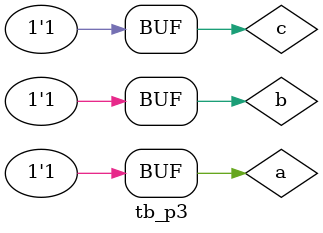
<source format=v>
module tb_p3(); //test_bench
	reg a, b, c;
	wire f, g, h;
	
	p3 UUT (f, g, h, a, b, c);
	initial
		begin //
			a = 1'b0;
			b = 1'b0;
			c = 1'b0;
			#10;
			
			a = 1'b0;
			b = 1'b0;
			c = 1'b1;
			#10;
			
			a = 1'b0;
			b = 1'b1;
			c = 1'b0;
			#10;
			
			a = 1'b0;
			b = 1'b1;
			c = 1'b1;
			#10;
			
			a = 1'b1;
			b = 1'b0;
			c = 1'b0;
			#10;
			
			a = 1'b1;
			b = 1'b0;
			c = 1'b1;
			#10;
			
			a = 1'b1;
			b = 1'b1;
			c = 1'b0;
			#10;
			
			a = 1'b1;
			b = 1'b1;
			c = 1'b1;
			#10;
		end
		
		initial
		begin
			$monitor("a = %b, b = %b, c = %b, f = %b, g = %b, h = %b, time = %t\n", a, b, c, f, g, h, $time);
		end
endmodule
</source>
